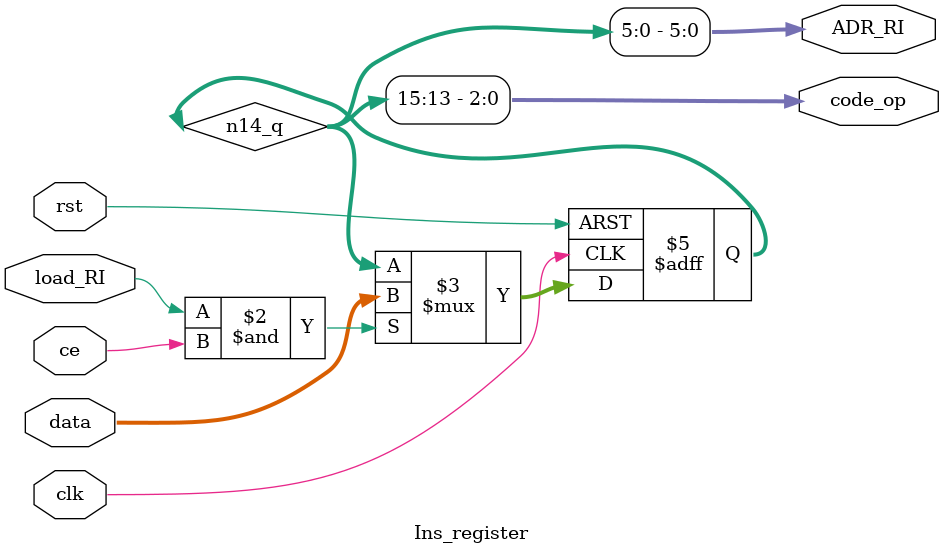
<source format=v>
module Ins_register (
  input  clk,
  input  rst,
  input  ce,
  input  [15:0] data,
  input  load_RI,
  output [2:0] code_op,
  output [5:0] ADR_RI
);
  reg [15:0] n14_q; // Registre d'instruction

  assign code_op = n14_q[15:13]; // Extraction du code opération
  assign ADR_RI  = n14_q[5:0];   // Extraction de l'adresse

  always @(posedge clk or posedge rst)
    if (rst)
      n14_q <= 16'b0;
    else if (load_RI & ce) // Chargement conditionnel
      n14_q <= data;

endmodule

</source>
